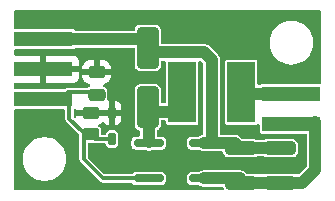
<source format=gbr>
%TF.GenerationSoftware,KiCad,Pcbnew,8.0.2*%
%TF.CreationDate,2024-06-17T18:52:01+02:00*%
%TF.ProjectId,PT4115-Miniboard,50543431-3135-42d4-9d69-6e69626f6172,rev?*%
%TF.SameCoordinates,Original*%
%TF.FileFunction,Copper,L1,Top*%
%TF.FilePolarity,Positive*%
%FSLAX46Y46*%
G04 Gerber Fmt 4.6, Leading zero omitted, Abs format (unit mm)*
G04 Created by KiCad (PCBNEW 8.0.2) date 2024-06-17 18:52:01*
%MOMM*%
%LPD*%
G01*
G04 APERTURE LIST*
G04 Aperture macros list*
%AMRoundRect*
0 Rectangle with rounded corners*
0 $1 Rounding radius*
0 $2 $3 $4 $5 $6 $7 $8 $9 X,Y pos of 4 corners*
0 Add a 4 corners polygon primitive as box body*
4,1,4,$2,$3,$4,$5,$6,$7,$8,$9,$2,$3,0*
0 Add four circle primitives for the rounded corners*
1,1,$1+$1,$2,$3*
1,1,$1+$1,$4,$5*
1,1,$1+$1,$6,$7*
1,1,$1+$1,$8,$9*
0 Add four rect primitives between the rounded corners*
20,1,$1+$1,$2,$3,$4,$5,0*
20,1,$1+$1,$4,$5,$6,$7,0*
20,1,$1+$1,$6,$7,$8,$9,0*
20,1,$1+$1,$8,$9,$2,$3,0*%
%AMFreePoly0*
4,1,13,0.900000,0.500000,3.600000,0.500000,3.600000,-0.500000,0.900000,-0.500000,0.400000,-1.000000,-0.400000,-1.000000,-0.900000,-0.500000,-3.600000,-0.500000,-3.600000,0.500000,-0.900000,0.500000,-0.400000,1.000000,0.400000,1.000000,0.900000,0.500000,0.900000,0.500000,$1*%
G04 Aperture macros list end*
%TA.AperFunction,SMDPad,CuDef*%
%ADD10R,5.000000X1.300000*%
%TD*%
%TA.AperFunction,SMDPad,CuDef*%
%ADD11RoundRect,0.175000X-1.075000X-0.175000X1.075000X-0.175000X1.075000X0.175000X-1.075000X0.175000X0*%
%TD*%
%TA.AperFunction,SMDPad,CuDef*%
%ADD12FreePoly0,0.000000*%
%TD*%
%TA.AperFunction,SMDPad,CuDef*%
%ADD13RoundRect,0.250000X-1.075000X0.312500X-1.075000X-0.312500X1.075000X-0.312500X1.075000X0.312500X0*%
%TD*%
%TA.AperFunction,SMDPad,CuDef*%
%ADD14R,2.350000X5.100000*%
%TD*%
%TA.AperFunction,SMDPad,CuDef*%
%ADD15RoundRect,0.150000X0.150000X-0.400000X0.150000X0.400000X-0.150000X0.400000X-0.150000X-0.400000X0*%
%TD*%
%TA.AperFunction,SMDPad,CuDef*%
%ADD16RoundRect,0.250000X-0.650000X1.500000X-0.650000X-1.500000X0.650000X-1.500000X0.650000X1.500000X0*%
%TD*%
%TA.AperFunction,SMDPad,CuDef*%
%ADD17RoundRect,0.250000X0.475000X-0.250000X0.475000X0.250000X-0.475000X0.250000X-0.475000X-0.250000X0*%
%TD*%
%TA.AperFunction,SMDPad,CuDef*%
%ADD18RoundRect,0.250000X0.450000X-0.262500X0.450000X0.262500X-0.450000X0.262500X-0.450000X-0.262500X0*%
%TD*%
%TA.AperFunction,Conductor*%
%ADD19C,1.000000*%
%TD*%
%TA.AperFunction,Conductor*%
%ADD20C,0.200000*%
%TD*%
%TA.AperFunction,Conductor*%
%ADD21C,0.300000*%
%TD*%
G04 APERTURE END LIST*
D10*
%TO.P,J5,1,1*%
%TO.N,/dim*%
X133750000Y-108040000D03*
%TD*%
D11*
%TO.P,U1,1,SW*%
%TO.N,/sw*%
X142650000Y-111750000D03*
D12*
%TO.P,U1,2,GND*%
%TO.N,GND*%
X145000000Y-113250000D03*
D11*
%TO.P,U1,3,DIM*%
%TO.N,/dim*%
X142650000Y-114750000D03*
%TO.P,U1,4,CSN*%
%TO.N,CSN*%
X147350000Y-114750000D03*
%TO.P,U1,5,VIN*%
%TO.N,+24V*%
X147350000Y-111750000D03*
%TD*%
D10*
%TO.P,J6,1,1*%
%TO.N,+24V*%
X133750000Y-102960000D03*
%TD*%
%TO.P,J4,1,1*%
%TO.N,GND*%
X133750000Y-105500000D03*
%TD*%
D13*
%TO.P,R2,1*%
%TO.N,+24V*%
X153750000Y-112187500D03*
%TO.P,R2,2*%
%TO.N,CSN*%
X153750000Y-115112500D03*
%TD*%
D10*
%TO.P,J2,1,1*%
%TO.N,/LED-*%
X154750000Y-107600000D03*
%TD*%
D14*
%TO.P,L1,1,1*%
%TO.N,/LED-*%
X150500000Y-107450000D03*
%TO.P,L1,2,2*%
%TO.N,/sw*%
X145500000Y-107450000D03*
%TD*%
D15*
%TO.P,D1,1,K*%
%TO.N,/dim*%
X139550000Y-111400000D03*
%TO.P,D1,2,A*%
%TO.N,GND*%
X139550000Y-109200000D03*
%TD*%
D13*
%TO.P,R1,1*%
%TO.N,+24V*%
X150500000Y-112187500D03*
%TO.P,R1,2*%
%TO.N,CSN*%
X150500000Y-115112500D03*
%TD*%
D10*
%TO.P,J3,1,1*%
%TO.N,CSN*%
X154750000Y-110100000D03*
%TD*%
D16*
%TO.P,D2,1,K*%
%TO.N,+24V*%
X142600000Y-103700000D03*
%TO.P,D2,2,A*%
%TO.N,/sw*%
X142600000Y-108700000D03*
%TD*%
D17*
%TO.P,C1,1*%
%TO.N,/dim*%
X138250000Y-107650000D03*
%TO.P,C1,2*%
%TO.N,GND*%
X138250000Y-105750000D03*
%TD*%
D18*
%TO.P,R3,1*%
%TO.N,/dim*%
X137750000Y-111012500D03*
%TO.P,R3,2*%
%TO.N,GND*%
X137750000Y-109187500D03*
%TD*%
D19*
%TO.N,CSN*%
X156750000Y-114000000D02*
X156750000Y-110000000D01*
X155637500Y-115112500D02*
X156750000Y-114000000D01*
X149650000Y-115112500D02*
X155637500Y-115112500D01*
D20*
%TO.N,+24V*%
X150087500Y-112000000D02*
X150150000Y-111937500D01*
D19*
X147380000Y-104080000D02*
X142600000Y-104080000D01*
X148000000Y-104700000D02*
X148000000Y-111600000D01*
X148000000Y-104700000D02*
X147380000Y-104080000D01*
X147350000Y-111750000D02*
X149962500Y-111750000D01*
X142600000Y-104080000D02*
X142270000Y-104410000D01*
X149962500Y-111750000D02*
X150150000Y-111937500D01*
X150150000Y-112187500D02*
X152510000Y-112187500D01*
X133750000Y-102960000D02*
X142410000Y-102960000D01*
X148000000Y-111600000D02*
X147950000Y-111650000D01*
X142410000Y-102710000D02*
X142550000Y-102850000D01*
D21*
%TO.N,/dim*%
X137062500Y-110812500D02*
X135950000Y-109700000D01*
X135950000Y-109700000D02*
X135950000Y-108300000D01*
X135437500Y-108387500D02*
X135350000Y-108300000D01*
X135800000Y-107450000D02*
X135750000Y-107500000D01*
X138137500Y-111400000D02*
X137750000Y-111012500D01*
X142650000Y-114750000D02*
X138800000Y-114750000D01*
X138800000Y-114750000D02*
X137150000Y-113100000D01*
X137150000Y-113100000D02*
X137150000Y-110900000D01*
X137750000Y-110812500D02*
X137062500Y-110812500D01*
X139550000Y-111400000D02*
X138137500Y-111400000D01*
X137750000Y-107450000D02*
X135800000Y-107450000D01*
D19*
%TO.N,/sw*%
X142650000Y-109130000D02*
X142600000Y-109080000D01*
X145370000Y-109080000D02*
X145500000Y-108950000D01*
X142600000Y-109080000D02*
X145370000Y-109080000D01*
D20*
X142600000Y-109080000D02*
X142600000Y-108480000D01*
D19*
X142650000Y-111700000D02*
X142650000Y-109130000D01*
D20*
X142600000Y-108480000D02*
X143130000Y-107950000D01*
%TO.N,CSN*%
X150012500Y-115000000D02*
X150150000Y-114862500D01*
D19*
X150387500Y-114750000D02*
X150500000Y-114862500D01*
X147350000Y-114750000D02*
X150387500Y-114750000D01*
%TO.N,/LED-*%
X154750000Y-107600000D02*
X150850000Y-107600000D01*
X154750000Y-107600000D02*
X154650000Y-107500000D01*
X150720000Y-107730000D02*
X150500000Y-107950000D01*
X150850000Y-109050000D02*
X150500000Y-108700000D01*
%TD*%
%TA.AperFunction,Conductor*%
%TO.N,GND*%
G36*
X157192539Y-100520185D02*
G01*
X157238294Y-100572989D01*
X157249500Y-100624500D01*
X157249500Y-106625500D01*
X157229815Y-106692539D01*
X157177011Y-106738294D01*
X157125500Y-106749500D01*
X152230247Y-106749500D01*
X152171770Y-106761131D01*
X152171769Y-106761132D01*
X152105446Y-106805448D01*
X152105445Y-106805449D01*
X152102600Y-106809708D01*
X152048987Y-106854512D01*
X151979662Y-106863218D01*
X151916635Y-106833061D01*
X151879917Y-106773618D01*
X151875500Y-106740815D01*
X151875500Y-104880249D01*
X151875499Y-104880247D01*
X151863868Y-104821770D01*
X151863867Y-104821769D01*
X151819552Y-104755447D01*
X151753230Y-104711132D01*
X151753229Y-104711131D01*
X151694752Y-104699500D01*
X151694748Y-104699500D01*
X149305252Y-104699500D01*
X149305247Y-104699500D01*
X149246770Y-104711131D01*
X149246769Y-104711132D01*
X149180447Y-104755447D01*
X149136132Y-104821769D01*
X149136131Y-104821770D01*
X149124500Y-104880247D01*
X149124500Y-110019752D01*
X149136131Y-110078229D01*
X149136132Y-110078230D01*
X149180447Y-110144552D01*
X149246769Y-110188867D01*
X149246770Y-110188868D01*
X149305247Y-110200499D01*
X149305250Y-110200500D01*
X149305252Y-110200500D01*
X151694750Y-110200500D01*
X151694751Y-110200499D01*
X151709568Y-110197552D01*
X151753229Y-110188868D01*
X151753229Y-110188867D01*
X151753231Y-110188867D01*
X151819552Y-110144552D01*
X151822397Y-110140293D01*
X151876009Y-110095488D01*
X151945334Y-110086781D01*
X152008362Y-110116935D01*
X152045082Y-110176378D01*
X152049500Y-110209184D01*
X152049500Y-110769752D01*
X152061131Y-110828229D01*
X152061132Y-110828230D01*
X152105447Y-110894552D01*
X152171769Y-110938867D01*
X152171770Y-110938868D01*
X152230247Y-110950499D01*
X152230250Y-110950500D01*
X152230252Y-110950500D01*
X155925500Y-110950500D01*
X155992539Y-110970185D01*
X156038294Y-111022989D01*
X156049500Y-111074500D01*
X156049500Y-113658481D01*
X156029815Y-113725520D01*
X156013181Y-113746162D01*
X155383662Y-114375681D01*
X155322339Y-114409166D01*
X155295981Y-114412000D01*
X155096624Y-114412000D01*
X155046867Y-114399659D01*
X155046652Y-114400276D01*
X155040071Y-114397973D01*
X155038679Y-114397628D01*
X155037884Y-114397208D01*
X155037882Y-114397207D01*
X154909699Y-114352354D01*
X154909698Y-114352353D01*
X154909696Y-114352353D01*
X154879270Y-114349500D01*
X154879266Y-114349500D01*
X152620734Y-114349500D01*
X152620730Y-114349500D01*
X152590303Y-114352353D01*
X152462115Y-114397208D01*
X152461321Y-114397628D01*
X152459928Y-114397973D01*
X152453348Y-114400276D01*
X152453132Y-114399659D01*
X152403376Y-114412000D01*
X151846624Y-114412000D01*
X151796867Y-114399659D01*
X151796652Y-114400276D01*
X151790071Y-114397973D01*
X151788679Y-114397628D01*
X151787884Y-114397208D01*
X151787882Y-114397207D01*
X151659699Y-114352354D01*
X151659698Y-114352353D01*
X151659696Y-114352353D01*
X151629270Y-114349500D01*
X151629266Y-114349500D01*
X151029019Y-114349500D01*
X150961980Y-114329815D01*
X150941342Y-114313185D01*
X150834043Y-114205886D01*
X150824456Y-114199480D01*
X150719307Y-114129222D01*
X150591832Y-114076421D01*
X150591822Y-114076418D01*
X150456496Y-114049500D01*
X150456494Y-114049500D01*
X150456493Y-114049500D01*
X147281007Y-114049500D01*
X147281005Y-114049500D01*
X147145677Y-114076418D01*
X147145667Y-114076421D01*
X147018195Y-114129221D01*
X147018183Y-114129228D01*
X146944291Y-114178602D01*
X146877614Y-114199480D01*
X146875400Y-114199500D01*
X146239364Y-114199500D01*
X146166375Y-114210134D01*
X146166373Y-114210134D01*
X146166371Y-114210135D01*
X146053789Y-114265172D01*
X145965172Y-114353789D01*
X145910135Y-114466371D01*
X145910134Y-114466373D01*
X145910134Y-114466375D01*
X145899500Y-114539364D01*
X145899500Y-114960636D01*
X145910134Y-115033625D01*
X145910134Y-115033626D01*
X145910135Y-115033628D01*
X145965172Y-115146210D01*
X146053789Y-115234827D01*
X146161572Y-115287518D01*
X146166375Y-115289866D01*
X146239364Y-115300500D01*
X146875400Y-115300500D01*
X146942439Y-115320185D01*
X146944291Y-115321398D01*
X147018189Y-115370775D01*
X147018191Y-115370776D01*
X147018195Y-115370778D01*
X147145667Y-115423578D01*
X147145672Y-115423580D01*
X147145676Y-115423580D01*
X147145677Y-115423581D01*
X147281004Y-115450500D01*
X147281007Y-115450500D01*
X148868656Y-115450500D01*
X148935695Y-115470185D01*
X148981450Y-115522989D01*
X148985697Y-115533545D01*
X149003543Y-115584545D01*
X149007105Y-115654324D01*
X148972377Y-115714951D01*
X148910384Y-115747179D01*
X148886502Y-115749500D01*
X131374500Y-115749500D01*
X131307461Y-115729815D01*
X131261706Y-115677011D01*
X131250500Y-115625500D01*
X131250500Y-112978711D01*
X131999500Y-112978711D01*
X131999500Y-113221288D01*
X132031161Y-113461785D01*
X132093947Y-113696104D01*
X132106132Y-113725520D01*
X132186776Y-113920212D01*
X132308064Y-114130289D01*
X132308066Y-114130292D01*
X132308067Y-114130293D01*
X132455733Y-114322736D01*
X132455739Y-114322743D01*
X132627256Y-114494260D01*
X132627262Y-114494265D01*
X132819711Y-114641936D01*
X133029788Y-114763224D01*
X133253900Y-114856054D01*
X133488211Y-114918838D01*
X133668586Y-114942584D01*
X133728711Y-114950500D01*
X133728712Y-114950500D01*
X133971289Y-114950500D01*
X134019388Y-114944167D01*
X134211789Y-114918838D01*
X134446100Y-114856054D01*
X134670212Y-114763224D01*
X134880289Y-114641936D01*
X135072738Y-114494265D01*
X135244265Y-114322738D01*
X135391936Y-114130289D01*
X135513224Y-113920212D01*
X135606054Y-113696100D01*
X135668838Y-113461789D01*
X135700500Y-113221288D01*
X135700500Y-112978712D01*
X135668838Y-112738211D01*
X135606054Y-112503900D01*
X135513224Y-112279788D01*
X135391936Y-112069711D01*
X135262782Y-111901394D01*
X135244266Y-111877263D01*
X135244260Y-111877256D01*
X135072743Y-111705739D01*
X135072736Y-111705733D01*
X134880293Y-111558067D01*
X134880292Y-111558066D01*
X134880289Y-111558064D01*
X134670212Y-111436776D01*
X134670205Y-111436773D01*
X134446104Y-111343947D01*
X134211785Y-111281161D01*
X133971289Y-111249500D01*
X133971288Y-111249500D01*
X133728712Y-111249500D01*
X133728711Y-111249500D01*
X133488214Y-111281161D01*
X133253895Y-111343947D01*
X133029794Y-111436773D01*
X133029785Y-111436777D01*
X132819706Y-111558067D01*
X132627263Y-111705733D01*
X132627256Y-111705739D01*
X132455739Y-111877256D01*
X132455733Y-111877263D01*
X132308067Y-112069706D01*
X132186777Y-112279785D01*
X132186773Y-112279794D01*
X132093947Y-112503895D01*
X132031161Y-112738214D01*
X131999500Y-112978711D01*
X131250500Y-112978711D01*
X131250500Y-109014500D01*
X131270185Y-108947461D01*
X131322989Y-108901706D01*
X131374500Y-108890500D01*
X135475500Y-108890500D01*
X135542539Y-108910185D01*
X135588294Y-108962989D01*
X135599500Y-109014500D01*
X135599500Y-109746144D01*
X135608700Y-109780480D01*
X135608706Y-109780501D01*
X135623385Y-109835287D01*
X135669527Y-109915208D01*
X135669531Y-109915213D01*
X136763181Y-111008863D01*
X136796666Y-111070186D01*
X136799500Y-111096544D01*
X136799500Y-113146143D01*
X136819635Y-113221289D01*
X136819635Y-113221290D01*
X136823385Y-113235286D01*
X136869527Y-113315208D01*
X136869529Y-113315211D01*
X136869530Y-113315212D01*
X138519531Y-114965212D01*
X138584788Y-115030469D01*
X138584791Y-115030470D01*
X138584794Y-115030473D01*
X138664706Y-115076611D01*
X138664707Y-115076611D01*
X138664712Y-115076614D01*
X138753856Y-115100500D01*
X141168708Y-115100500D01*
X141235747Y-115120185D01*
X141256709Y-115140144D01*
X141257908Y-115138946D01*
X141353789Y-115234827D01*
X141461572Y-115287518D01*
X141466375Y-115289866D01*
X141539364Y-115300500D01*
X141539370Y-115300500D01*
X143760630Y-115300500D01*
X143760636Y-115300500D01*
X143833625Y-115289866D01*
X143891118Y-115261759D01*
X143946210Y-115234827D01*
X144034827Y-115146210D01*
X144068851Y-115076611D01*
X144089866Y-115033625D01*
X144100500Y-114960636D01*
X144100500Y-114539364D01*
X144089866Y-114466375D01*
X144063284Y-114412000D01*
X144034827Y-114353789D01*
X143946210Y-114265172D01*
X143833628Y-114210135D01*
X143833626Y-114210134D01*
X143833625Y-114210134D01*
X143760636Y-114199500D01*
X141539364Y-114199500D01*
X141466375Y-114210134D01*
X141466373Y-114210134D01*
X141466371Y-114210135D01*
X141353789Y-114265172D01*
X141353787Y-114265174D01*
X141257908Y-114361054D01*
X141255494Y-114358640D01*
X141214637Y-114390680D01*
X141168708Y-114399500D01*
X138996543Y-114399500D01*
X138929504Y-114379815D01*
X138908862Y-114363181D01*
X137536819Y-112991137D01*
X137503334Y-112929814D01*
X137500500Y-112903456D01*
X137500500Y-111849500D01*
X137520185Y-111782461D01*
X137572989Y-111736706D01*
X137624500Y-111725500D01*
X137981730Y-111725500D01*
X138013821Y-111729724D01*
X138091356Y-111750500D01*
X138091357Y-111750500D01*
X138183644Y-111750500D01*
X138930200Y-111750500D01*
X138997239Y-111770185D01*
X139042994Y-111822989D01*
X139052903Y-111856616D01*
X139058600Y-111895717D01*
X139059427Y-111901394D01*
X139110803Y-112006485D01*
X139193514Y-112089196D01*
X139193515Y-112089196D01*
X139193517Y-112089198D01*
X139298607Y-112140573D01*
X139332673Y-112145536D01*
X139366739Y-112150500D01*
X139366740Y-112150500D01*
X139733261Y-112150500D01*
X139762704Y-112146210D01*
X139801393Y-112140573D01*
X139906483Y-112089198D01*
X139989198Y-112006483D01*
X140040573Y-111901393D01*
X140050500Y-111833260D01*
X140050500Y-110966740D01*
X140040573Y-110898607D01*
X139989198Y-110793517D01*
X139989196Y-110793515D01*
X139989196Y-110793514D01*
X139906485Y-110710803D01*
X139875652Y-110695730D01*
X139813402Y-110665298D01*
X139801391Y-110659426D01*
X139733261Y-110649500D01*
X139733260Y-110649500D01*
X139366740Y-110649500D01*
X139366739Y-110649500D01*
X139298608Y-110659426D01*
X139193514Y-110710803D01*
X139110803Y-110793514D01*
X139059427Y-110898605D01*
X139059427Y-110898607D01*
X139052903Y-110943380D01*
X139023761Y-111006878D01*
X138964912Y-111044542D01*
X138930200Y-111049500D01*
X138774500Y-111049500D01*
X138707461Y-111029815D01*
X138661706Y-110977011D01*
X138650500Y-110925500D01*
X138650500Y-110695730D01*
X138647646Y-110665300D01*
X138647646Y-110665298D01*
X138602793Y-110537119D01*
X138602792Y-110537117D01*
X138591745Y-110522149D01*
X138522150Y-110427850D01*
X138439396Y-110366775D01*
X138397147Y-110311129D01*
X138391688Y-110241472D01*
X138424756Y-110179923D01*
X138474028Y-110149300D01*
X138519117Y-110134359D01*
X138519124Y-110134356D01*
X138668344Y-110042315D01*
X138708028Y-110002632D01*
X138769351Y-109969146D01*
X138839042Y-109974130D01*
X138883391Y-110002631D01*
X138998438Y-110117678D01*
X138998447Y-110117685D01*
X139139801Y-110201281D01*
X139297514Y-110247100D01*
X139297511Y-110247100D01*
X139299998Y-110247295D01*
X139300000Y-110247295D01*
X139800000Y-110247295D01*
X139800001Y-110247295D01*
X139802486Y-110247100D01*
X139960198Y-110201281D01*
X140101552Y-110117685D01*
X140101561Y-110117678D01*
X140217678Y-110001561D01*
X140217685Y-110001552D01*
X140301282Y-109860196D01*
X140301283Y-109860193D01*
X140347099Y-109702495D01*
X140347100Y-109702489D01*
X140349999Y-109665649D01*
X140350000Y-109665634D01*
X140350000Y-109450000D01*
X139800000Y-109450000D01*
X139800000Y-110247295D01*
X139300000Y-110247295D01*
X139300000Y-109450000D01*
X138770862Y-109450000D01*
X138728292Y-109437500D01*
X136550001Y-109437500D01*
X136550001Y-109503134D01*
X136548901Y-109503134D01*
X136533663Y-109566745D01*
X136483235Y-109615106D01*
X136414666Y-109628526D01*
X136349727Y-109602745D01*
X136338417Y-109592735D01*
X136336819Y-109591137D01*
X136303334Y-109529814D01*
X136300500Y-109503456D01*
X136300500Y-108963675D01*
X136320185Y-108896636D01*
X136355620Y-108860565D01*
X136357122Y-108859561D01*
X136423802Y-108838692D01*
X136491180Y-108857186D01*
X136537864Y-108909170D01*
X136542614Y-108930114D01*
X136550000Y-108937500D01*
X138929138Y-108937500D01*
X138971708Y-108950000D01*
X139300000Y-108950000D01*
X139800000Y-108950000D01*
X140350000Y-108950000D01*
X140350000Y-108734365D01*
X140349999Y-108734350D01*
X140347100Y-108697510D01*
X140347099Y-108697504D01*
X140301283Y-108539806D01*
X140301282Y-108539803D01*
X140217685Y-108398447D01*
X140217678Y-108398438D01*
X140101561Y-108282321D01*
X140101552Y-108282314D01*
X139960196Y-108198717D01*
X139960193Y-108198716D01*
X139802494Y-108152900D01*
X139802497Y-108152900D01*
X139800000Y-108152703D01*
X139800000Y-108950000D01*
X139300000Y-108950000D01*
X139300000Y-108152703D01*
X139299999Y-108152702D01*
X139298211Y-108152844D01*
X139229828Y-108138505D01*
X139180053Y-108089472D01*
X139164689Y-108021313D01*
X139171397Y-107988269D01*
X139171839Y-107987002D01*
X139172646Y-107984699D01*
X139175500Y-107954266D01*
X139175500Y-107345734D01*
X139172646Y-107315301D01*
X139172646Y-107315300D01*
X139172646Y-107315298D01*
X139127793Y-107187119D01*
X139127792Y-107187117D01*
X139117290Y-107172887D01*
X139047150Y-107077850D01*
X138937882Y-106997207D01*
X138937880Y-106997206D01*
X138873967Y-106974842D01*
X138817191Y-106934120D01*
X138791444Y-106869168D01*
X138804901Y-106800606D01*
X138853288Y-106750203D01*
X138875918Y-106740095D01*
X139044119Y-106684358D01*
X139044124Y-106684356D01*
X139193345Y-106592315D01*
X139317315Y-106468345D01*
X139409356Y-106319124D01*
X139409358Y-106319119D01*
X139464505Y-106152697D01*
X139464506Y-106152690D01*
X139474999Y-106049986D01*
X139475000Y-106049973D01*
X139475000Y-106000000D01*
X137025001Y-106000000D01*
X137025001Y-106049986D01*
X137035494Y-106152697D01*
X137090641Y-106319119D01*
X137090643Y-106319124D01*
X137182684Y-106468345D01*
X137306654Y-106592315D01*
X137455875Y-106684356D01*
X137455882Y-106684359D01*
X137624081Y-106740094D01*
X137681526Y-106779866D01*
X137708350Y-106844382D01*
X137696035Y-106913158D01*
X137648493Y-106964358D01*
X137626035Y-106974841D01*
X137562115Y-106997208D01*
X137562113Y-106997209D01*
X137456345Y-107075270D01*
X137390716Y-107099241D01*
X137382712Y-107099500D01*
X135753854Y-107099500D01*
X135717561Y-107109224D01*
X135717562Y-107109225D01*
X135664710Y-107123386D01*
X135664709Y-107123387D01*
X135578973Y-107172887D01*
X135516973Y-107189500D01*
X131374500Y-107189500D01*
X131307461Y-107169815D01*
X131261706Y-107117011D01*
X131250500Y-107065500D01*
X131250500Y-106774000D01*
X131270185Y-106706961D01*
X131322989Y-106661206D01*
X131374500Y-106650000D01*
X133500000Y-106650000D01*
X134000000Y-106650000D01*
X136297828Y-106650000D01*
X136297844Y-106649999D01*
X136357372Y-106643598D01*
X136357379Y-106643596D01*
X136492086Y-106593354D01*
X136492093Y-106593350D01*
X136607187Y-106507190D01*
X136607190Y-106507187D01*
X136693350Y-106392093D01*
X136693354Y-106392086D01*
X136743596Y-106257379D01*
X136743598Y-106257372D01*
X136749999Y-106197844D01*
X136750000Y-106197827D01*
X136750000Y-105750000D01*
X134000000Y-105750000D01*
X134000000Y-106650000D01*
X133500000Y-106650000D01*
X133500000Y-105450013D01*
X137025000Y-105450013D01*
X137025000Y-105500000D01*
X138000000Y-105500000D01*
X138500000Y-105500000D01*
X139474999Y-105500000D01*
X139474999Y-105450028D01*
X139474998Y-105450013D01*
X139464505Y-105347302D01*
X139409358Y-105180880D01*
X139409356Y-105180875D01*
X139317315Y-105031654D01*
X139193345Y-104907684D01*
X139044124Y-104815643D01*
X139044119Y-104815641D01*
X138877697Y-104760494D01*
X138877690Y-104760493D01*
X138774986Y-104750000D01*
X138500000Y-104750000D01*
X138500000Y-105500000D01*
X138000000Y-105500000D01*
X138000000Y-104750000D01*
X137725029Y-104750000D01*
X137725012Y-104750001D01*
X137622302Y-104760494D01*
X137455880Y-104815641D01*
X137455875Y-104815643D01*
X137306654Y-104907684D01*
X137182684Y-105031654D01*
X137090643Y-105180875D01*
X137090641Y-105180880D01*
X137035494Y-105347302D01*
X137035493Y-105347309D01*
X137025000Y-105450013D01*
X133500000Y-105450013D01*
X133500000Y-105250000D01*
X134000000Y-105250000D01*
X136750000Y-105250000D01*
X136750000Y-104802172D01*
X136749999Y-104802155D01*
X136743598Y-104742627D01*
X136743596Y-104742620D01*
X136693354Y-104607913D01*
X136693350Y-104607906D01*
X136607190Y-104492812D01*
X136607187Y-104492809D01*
X136492093Y-104406649D01*
X136492086Y-104406645D01*
X136357379Y-104356403D01*
X136357372Y-104356401D01*
X136297844Y-104350000D01*
X134000000Y-104350000D01*
X134000000Y-105250000D01*
X133500000Y-105250000D01*
X133500000Y-104350000D01*
X131374500Y-104350000D01*
X131307461Y-104330315D01*
X131261706Y-104277511D01*
X131250500Y-104226000D01*
X131250500Y-103934500D01*
X131270185Y-103867461D01*
X131322989Y-103821706D01*
X131374500Y-103810500D01*
X136269750Y-103810500D01*
X136269751Y-103810499D01*
X136284568Y-103807552D01*
X136328229Y-103798868D01*
X136328229Y-103798867D01*
X136328231Y-103798867D01*
X136394552Y-103754552D01*
X136394553Y-103754551D01*
X136420575Y-103715608D01*
X136474187Y-103670804D01*
X136523676Y-103660500D01*
X141375500Y-103660500D01*
X141442539Y-103680185D01*
X141488294Y-103732989D01*
X141499500Y-103784500D01*
X141499500Y-105254269D01*
X141502353Y-105284699D01*
X141502353Y-105284701D01*
X141547206Y-105412880D01*
X141547207Y-105412882D01*
X141627850Y-105522150D01*
X141737118Y-105602793D01*
X141779845Y-105617744D01*
X141865299Y-105647646D01*
X141895730Y-105650500D01*
X141895734Y-105650500D01*
X143304270Y-105650500D01*
X143334699Y-105647646D01*
X143334701Y-105647646D01*
X143398790Y-105625219D01*
X143462882Y-105602793D01*
X143572150Y-105522150D01*
X143652793Y-105412882D01*
X143675740Y-105347302D01*
X143697646Y-105284701D01*
X143697646Y-105284699D01*
X143700500Y-105254269D01*
X143700500Y-104904500D01*
X143720185Y-104837461D01*
X143772989Y-104791706D01*
X143824500Y-104780500D01*
X144000500Y-104780500D01*
X144067539Y-104800185D01*
X144113294Y-104852989D01*
X144124500Y-104904500D01*
X144124500Y-108255500D01*
X144104815Y-108322539D01*
X144052011Y-108368294D01*
X144000500Y-108379500D01*
X143824500Y-108379500D01*
X143757461Y-108359815D01*
X143711706Y-108307011D01*
X143700500Y-108255500D01*
X143700500Y-107145730D01*
X143697646Y-107115300D01*
X143697646Y-107115298D01*
X143656324Y-106997209D01*
X143652793Y-106987118D01*
X143572150Y-106877850D01*
X143462882Y-106797207D01*
X143462880Y-106797206D01*
X143334700Y-106752353D01*
X143304270Y-106749500D01*
X143304266Y-106749500D01*
X141895734Y-106749500D01*
X141895730Y-106749500D01*
X141865300Y-106752353D01*
X141865298Y-106752353D01*
X141737119Y-106797206D01*
X141737117Y-106797207D01*
X141627850Y-106877850D01*
X141547207Y-106987117D01*
X141547206Y-106987119D01*
X141502353Y-107115298D01*
X141502353Y-107115300D01*
X141499500Y-107145730D01*
X141499500Y-110254269D01*
X141502353Y-110284699D01*
X141502353Y-110284701D01*
X141547206Y-110412880D01*
X141547207Y-110412882D01*
X141627850Y-110522150D01*
X141737118Y-110602793D01*
X141819494Y-110631617D01*
X141866455Y-110648050D01*
X141923231Y-110688771D01*
X141948978Y-110753724D01*
X141949500Y-110765091D01*
X141949500Y-111075500D01*
X141929815Y-111142539D01*
X141877011Y-111188294D01*
X141825500Y-111199500D01*
X141539364Y-111199500D01*
X141466375Y-111210134D01*
X141466373Y-111210134D01*
X141466371Y-111210135D01*
X141353789Y-111265172D01*
X141265172Y-111353789D01*
X141210135Y-111466371D01*
X141210134Y-111466373D01*
X141210134Y-111466375D01*
X141199500Y-111539364D01*
X141199500Y-111960636D01*
X141210134Y-112033625D01*
X141210134Y-112033626D01*
X141210135Y-112033628D01*
X141265172Y-112146210D01*
X141353789Y-112234827D01*
X141445754Y-112279785D01*
X141466375Y-112289866D01*
X141539364Y-112300500D01*
X142250230Y-112300500D01*
X142312369Y-112318746D01*
X142312819Y-112317905D01*
X142316859Y-112320064D01*
X142317269Y-112320185D01*
X142318087Y-112320721D01*
X142318190Y-112320776D01*
X142438890Y-112370771D01*
X142445672Y-112373580D01*
X142445676Y-112373580D01*
X142445677Y-112373581D01*
X142581004Y-112400500D01*
X142581007Y-112400500D01*
X142718995Y-112400500D01*
X142810041Y-112382389D01*
X142854328Y-112373580D01*
X142981811Y-112320775D01*
X142981811Y-112320774D01*
X142987181Y-112317905D01*
X142987876Y-112319205D01*
X143047562Y-112300520D01*
X143049770Y-112300500D01*
X143760630Y-112300500D01*
X143760636Y-112300500D01*
X143833625Y-112289866D01*
X143891118Y-112261759D01*
X143946210Y-112234827D01*
X144034827Y-112146210D01*
X144062699Y-112089196D01*
X144089866Y-112033625D01*
X144100500Y-111960636D01*
X144100500Y-111539364D01*
X144089866Y-111466375D01*
X144087518Y-111461572D01*
X144034827Y-111353789D01*
X143946210Y-111265172D01*
X143833628Y-111210135D01*
X143833626Y-111210134D01*
X143833625Y-111210134D01*
X143760636Y-111199500D01*
X143760630Y-111199500D01*
X143474500Y-111199500D01*
X143407461Y-111179815D01*
X143361706Y-111127011D01*
X143350500Y-111075500D01*
X143350500Y-110730099D01*
X143370185Y-110663060D01*
X143422989Y-110617305D01*
X143433525Y-110613065D01*
X143462882Y-110602793D01*
X143572150Y-110522150D01*
X143652793Y-110412882D01*
X143688398Y-110311129D01*
X143697646Y-110284701D01*
X143697646Y-110284699D01*
X143700500Y-110254269D01*
X143700500Y-109904500D01*
X143720185Y-109837461D01*
X143772989Y-109791706D01*
X143824500Y-109780500D01*
X144000500Y-109780500D01*
X144067539Y-109800185D01*
X144113294Y-109852989D01*
X144124500Y-109904500D01*
X144124500Y-110019752D01*
X144136131Y-110078229D01*
X144136132Y-110078230D01*
X144180447Y-110144552D01*
X144246769Y-110188867D01*
X144246770Y-110188868D01*
X144305247Y-110200499D01*
X144305250Y-110200500D01*
X144305252Y-110200500D01*
X146694750Y-110200500D01*
X146694751Y-110200499D01*
X146709568Y-110197552D01*
X146753229Y-110188868D01*
X146753229Y-110188867D01*
X146753231Y-110188867D01*
X146819552Y-110144552D01*
X146863867Y-110078231D01*
X146863867Y-110078229D01*
X146863868Y-110078229D01*
X146875499Y-110019752D01*
X146875500Y-110019750D01*
X146875500Y-104904500D01*
X146895185Y-104837461D01*
X146947989Y-104791706D01*
X146999500Y-104780500D01*
X147038481Y-104780500D01*
X147105520Y-104800185D01*
X147126157Y-104816814D01*
X147263182Y-104953838D01*
X147296666Y-105015159D01*
X147299500Y-105041518D01*
X147299500Y-110944057D01*
X147279815Y-111011096D01*
X147227011Y-111056851D01*
X147199692Y-111065674D01*
X147145677Y-111076418D01*
X147145667Y-111076421D01*
X147018195Y-111129221D01*
X147018183Y-111129228D01*
X146944291Y-111178602D01*
X146877614Y-111199480D01*
X146875400Y-111199500D01*
X146239364Y-111199500D01*
X146166375Y-111210134D01*
X146166373Y-111210134D01*
X146166371Y-111210135D01*
X146053789Y-111265172D01*
X145965172Y-111353789D01*
X145910135Y-111466371D01*
X145910134Y-111466373D01*
X145910134Y-111466375D01*
X145899500Y-111539364D01*
X145899500Y-111960636D01*
X145910134Y-112033625D01*
X145910134Y-112033626D01*
X145910135Y-112033628D01*
X145965172Y-112146210D01*
X146053789Y-112234827D01*
X146145754Y-112279785D01*
X146166375Y-112289866D01*
X146239364Y-112300500D01*
X146875400Y-112300500D01*
X146942439Y-112320185D01*
X146944291Y-112321398D01*
X147018189Y-112370775D01*
X147018191Y-112370776D01*
X147018195Y-112370778D01*
X147145667Y-112423578D01*
X147145672Y-112423580D01*
X147145676Y-112423580D01*
X147145677Y-112423581D01*
X147281004Y-112450500D01*
X147281007Y-112450500D01*
X148851853Y-112450500D01*
X148918892Y-112470185D01*
X148964647Y-112522989D01*
X148975311Y-112562921D01*
X148977353Y-112584699D01*
X148977353Y-112584701D01*
X149022206Y-112712880D01*
X149022207Y-112712882D01*
X149102850Y-112822150D01*
X149212118Y-112902793D01*
X149254845Y-112917744D01*
X149340299Y-112947646D01*
X149370730Y-112950500D01*
X149370734Y-112950500D01*
X151629270Y-112950500D01*
X151646656Y-112948869D01*
X151659699Y-112947646D01*
X151787882Y-112902793D01*
X151787886Y-112902789D01*
X151788679Y-112902372D01*
X151790071Y-112902026D01*
X151796652Y-112899724D01*
X151796867Y-112900340D01*
X151846624Y-112888000D01*
X152403376Y-112888000D01*
X152453132Y-112900340D01*
X152453348Y-112899724D01*
X152459928Y-112902026D01*
X152461321Y-112902372D01*
X152462116Y-112902791D01*
X152462118Y-112902793D01*
X152590301Y-112947646D01*
X152600445Y-112948597D01*
X152620730Y-112950500D01*
X152620734Y-112950500D01*
X154879270Y-112950500D01*
X154909699Y-112947646D01*
X154909701Y-112947646D01*
X154973790Y-112925219D01*
X155037882Y-112902793D01*
X155147150Y-112822150D01*
X155227793Y-112712882D01*
X155250219Y-112648790D01*
X155272646Y-112584701D01*
X155272646Y-112584699D01*
X155275500Y-112554269D01*
X155275500Y-111820730D01*
X155272646Y-111790300D01*
X155272646Y-111790298D01*
X155227793Y-111662119D01*
X155227792Y-111662117D01*
X155147150Y-111552850D01*
X155037882Y-111472207D01*
X155037880Y-111472206D01*
X154909700Y-111427353D01*
X154879270Y-111424500D01*
X154879266Y-111424500D01*
X152620734Y-111424500D01*
X152620730Y-111424500D01*
X152590303Y-111427353D01*
X152462115Y-111472208D01*
X152461321Y-111472628D01*
X152459928Y-111472973D01*
X152453348Y-111475276D01*
X152453132Y-111474659D01*
X152403376Y-111487000D01*
X151846624Y-111487000D01*
X151796867Y-111474659D01*
X151796652Y-111475276D01*
X151790071Y-111472973D01*
X151788679Y-111472628D01*
X151787884Y-111472208D01*
X151787882Y-111472207D01*
X151659699Y-111427354D01*
X151659698Y-111427353D01*
X151659696Y-111427353D01*
X151629270Y-111424500D01*
X151629266Y-111424500D01*
X150679019Y-111424500D01*
X150611980Y-111404815D01*
X150591338Y-111388181D01*
X150409046Y-111205888D01*
X150409045Y-111205887D01*
X150294307Y-111129222D01*
X150166832Y-111076421D01*
X150166822Y-111076418D01*
X150031496Y-111049500D01*
X150031494Y-111049500D01*
X150031493Y-111049500D01*
X148824500Y-111049500D01*
X148757461Y-111029815D01*
X148711706Y-110977011D01*
X148700500Y-110925500D01*
X148700500Y-104631004D01*
X148673581Y-104495676D01*
X148673580Y-104495674D01*
X148673580Y-104495672D01*
X148664080Y-104472738D01*
X148638844Y-104411811D01*
X148636704Y-104406645D01*
X148620778Y-104368195D01*
X148620771Y-104368182D01*
X148544115Y-104253459D01*
X148516656Y-104226000D01*
X148446542Y-104155886D01*
X148360861Y-104070205D01*
X147826546Y-103535888D01*
X147826545Y-103535887D01*
X147711807Y-103459222D01*
X147584332Y-103406421D01*
X147584322Y-103406418D01*
X147448996Y-103379500D01*
X147448994Y-103379500D01*
X147448993Y-103379500D01*
X143824500Y-103379500D01*
X143757461Y-103359815D01*
X143711706Y-103307011D01*
X143700500Y-103255500D01*
X143700500Y-103128711D01*
X152899500Y-103128711D01*
X152899500Y-103371288D01*
X152931161Y-103611785D01*
X152993947Y-103846104D01*
X153030562Y-103934500D01*
X153086776Y-104070212D01*
X153208064Y-104280289D01*
X153208066Y-104280292D01*
X153208067Y-104280293D01*
X153355732Y-104472735D01*
X153355739Y-104472743D01*
X153527256Y-104644260D01*
X153527262Y-104644265D01*
X153719711Y-104791936D01*
X153929788Y-104913224D01*
X154153900Y-105006054D01*
X154388211Y-105068838D01*
X154568586Y-105092584D01*
X154628711Y-105100500D01*
X154628712Y-105100500D01*
X154871289Y-105100500D01*
X154919388Y-105094167D01*
X155111789Y-105068838D01*
X155346100Y-105006054D01*
X155570212Y-104913224D01*
X155780289Y-104791936D01*
X155972738Y-104644265D01*
X156144265Y-104472738D01*
X156144268Y-104472735D01*
X156238445Y-104350000D01*
X156291936Y-104280289D01*
X156413224Y-104070212D01*
X156506054Y-103846100D01*
X156568838Y-103611789D01*
X156600500Y-103371288D01*
X156600500Y-103128712D01*
X156568838Y-102888211D01*
X156506054Y-102653900D01*
X156413224Y-102429788D01*
X156291936Y-102219711D01*
X156144265Y-102027262D01*
X156144260Y-102027256D01*
X155972743Y-101855739D01*
X155972736Y-101855733D01*
X155780293Y-101708067D01*
X155780292Y-101708066D01*
X155780289Y-101708064D01*
X155570212Y-101586776D01*
X155570205Y-101586773D01*
X155346104Y-101493947D01*
X155111785Y-101431161D01*
X154871289Y-101399500D01*
X154871288Y-101399500D01*
X154628712Y-101399500D01*
X154628711Y-101399500D01*
X154388214Y-101431161D01*
X154153895Y-101493947D01*
X153929794Y-101586773D01*
X153929785Y-101586777D01*
X153719706Y-101708067D01*
X153527263Y-101855733D01*
X153527256Y-101855739D01*
X153355739Y-102027256D01*
X153355733Y-102027263D01*
X153208067Y-102219706D01*
X153086777Y-102429785D01*
X153086773Y-102429794D01*
X152993947Y-102653895D01*
X152931161Y-102888214D01*
X152899500Y-103128711D01*
X143700500Y-103128711D01*
X143700500Y-102145730D01*
X143697646Y-102115300D01*
X143697646Y-102115298D01*
X143652793Y-101987119D01*
X143652792Y-101987117D01*
X143651599Y-101985500D01*
X143572150Y-101877850D01*
X143462882Y-101797207D01*
X143462880Y-101797206D01*
X143334700Y-101752353D01*
X143304270Y-101749500D01*
X143304266Y-101749500D01*
X141895734Y-101749500D01*
X141895730Y-101749500D01*
X141865300Y-101752353D01*
X141865298Y-101752353D01*
X141737119Y-101797206D01*
X141737117Y-101797207D01*
X141627850Y-101877850D01*
X141547207Y-101987117D01*
X141547206Y-101987119D01*
X141502353Y-102115298D01*
X141502353Y-102115301D01*
X141499374Y-102147076D01*
X141473517Y-102211985D01*
X141416672Y-102252611D01*
X141375916Y-102259500D01*
X136523676Y-102259500D01*
X136456637Y-102239815D01*
X136420575Y-102204392D01*
X136394553Y-102165448D01*
X136328230Y-102121132D01*
X136328229Y-102121131D01*
X136269752Y-102109500D01*
X136269748Y-102109500D01*
X131374500Y-102109500D01*
X131307461Y-102089815D01*
X131261706Y-102037011D01*
X131250500Y-101985500D01*
X131250500Y-100624500D01*
X131270185Y-100557461D01*
X131322989Y-100511706D01*
X131374500Y-100500500D01*
X157125500Y-100500500D01*
X157192539Y-100520185D01*
G37*
%TD.AperFunction*%
%TD*%
M02*

</source>
